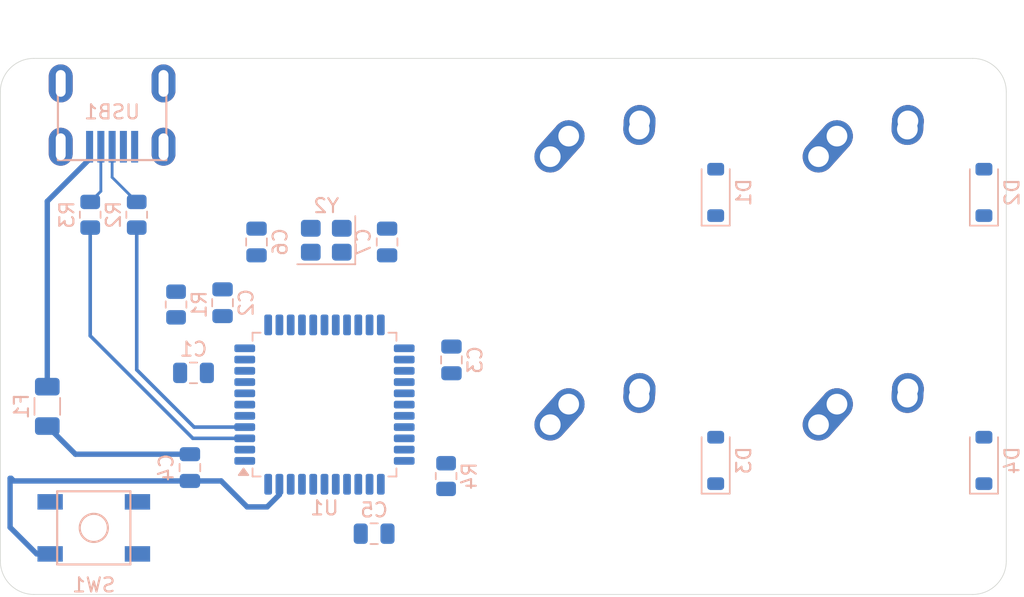
<source format=kicad_pcb>
(kicad_pcb (version 20241229) (generator "pcbnew") (generator_version "9.0")
  (layers (0 "F.Cu" signal) (2 "B.Cu" signal) (13 "F.Paste" user) (15 "B.Paste" user) (5 "F.SilkS" user "F.Silkscreen") (7 "B.SilkS" user "B.Silkscreen") (1 "F.Mask" user) (3 "B.Mask" user) (25 "Edge.Cuts" user))
  (net 0 "")
  (net 1 "Net-(U1-UCAP)")
  (net 2 "GND")
  (net 3 "+5V")
  (net 4 "Net-(U1-XTAL1)")
  (net 5 "Net-(U1-XTAL2)")
  (net 6 "ROW0")
  (net 7 "Net-(D1-A)")
  (net 8 "Net-(D2-A)")
  (net 9 "Net-(D3-A)")
  (net 10 "ROW1")
  (net 11 "Net-(D4-A)")
  (net 12 "VCC")
  (net 13 "COL0")
  (net 14 "COL1")
  (net 15 "Net-(U1-~{HWB}{slash}PE2)")
  (net 16 "Net-(U1-D+)")
  (net 17 "D+")
  (net 18 "D-")
  (net 19 "Net-(U1-D-)")
  (net 20 "Net-(U1-~{RESET})")
  (footprint "MX_Alps_Hybrid:MX-1U-NoLED" (layer "F.Cu") (at 96.8375 44.45)
    (property "Reference" "MX2")
    (property "Value" "MX-NoLED")
    (pad "" np_thru_hole circle (at -5.08 0 48.0996) (size 1.75 1.75) (drill 1.75) (layers "*.Cu" "*.Mask"))
    (pad "" np_thru_hole circle (at 0 0) (size 3.9878 3.9878) (drill 3.9878) (layers "*.Cu" "*.Mask"))
    (pad "" np_thru_hole circle (at 5.08 0 48.0996) (size 1.75 1.75) (drill 1.75) (layers "*.Cu" "*.Mask"))
    (pad "1" thru_hole oval (at -3.81 -2.54 48.0996) (size 4.211556 2.25) (drill 1.47 (offset 0.980778 0)) (layers "*.Cu" "B.Mask") (net 14 "COL1"))
    (pad "1" thru_hole circle (at -2.5 -4) (size 2.25 2.25) (drill 1.47) (layers "*.Cu" "B.Mask") (net 14 "COL1"))
    (pad "2" thru_hole oval (at 2.5 -4.5 86.0548) (size 2.831378 2.25) (drill 1.47 (offset 0.290689 0)) (layers "*.Cu" "B.Mask") (net 8 "Net-(D2-A)"))
    (pad "2" thru_hole circle (at 2.54 -5.08) (size 2.25 2.25) (drill 1.47) (layers "*.Cu" "B.Mask") (net 8 "Net-(D2-A)"))
  )
  (footprint "MX_Alps_Hybrid:MX-1U-NoLED" (layer "F.Cu") (at 77.7875 44.45)
    (property "Reference" "MX1")
    (property "Value" "MX-NoLED")
    (pad "" np_thru_hole circle (at -5.08 0 48.0996) (size 1.75 1.75) (drill 1.75) (layers "*.Cu" "*.Mask"))
    (pad "" np_thru_hole circle (at 0 0) (size 3.9878 3.9878) (drill 3.9878) (layers "*.Cu" "*.Mask"))
    (pad "" np_thru_hole circle (at 5.08 0 48.0996) (size 1.75 1.75) (drill 1.75) (layers "*.Cu" "*.Mask"))
    (pad "1" thru_hole oval (at -3.81 -2.54 48.0996) (size 4.211556 2.25) (drill 1.47 (offset 0.980778 0)) (layers "*.Cu" "B.Mask") (net 13 "COL0"))
    (pad "1" thru_hole circle (at -2.5 -4) (size 2.25 2.25) (drill 1.47) (layers "*.Cu" "B.Mask") (net 13 "COL0"))
    (pad "2" thru_hole oval (at 2.5 -4.5 86.0548) (size 2.831378 2.25) (drill 1.47 (offset 0.290689 0)) (layers "*.Cu" "B.Mask") (net 7 "Net-(D1-A)"))
    (pad "2" thru_hole circle (at 2.54 -5.08) (size 2.25 2.25) (drill 1.47) (layers "*.Cu" "B.Mask") (net 7 "Net-(D1-A)"))
  )
  (footprint "MX_Alps_Hybrid:MX-1U-NoLED" (layer "F.Cu") (at 77.7875 63.5)
    (property "Reference" "MX3")
    (property "Value" "MX-NoLED")
    (pad "" np_thru_hole circle (at -5.08 0 48.0996) (size 1.75 1.75) (drill 1.75) (layers "*.Cu" "*.Mask"))
    (pad "" np_thru_hole circle (at 0 0) (size 3.9878 3.9878) (drill 3.9878) (layers "*.Cu" "*.Mask"))
    (pad "" np_thru_hole circle (at 5.08 0 48.0996) (size 1.75 1.75) (drill 1.75) (layers "*.Cu" "*.Mask"))
    (pad "1" thru_hole oval (at -3.81 -2.54 48.0996) (size 4.211556 2.25) (drill 1.47 (offset 0.980778 0)) (layers "*.Cu" "B.Mask") (net 13 "COL0"))
    (pad "1" thru_hole circle (at -2.5 -4) (size 2.25 2.25) (drill 1.47) (layers "*.Cu" "B.Mask") (net 13 "COL0"))
    (pad "2" thru_hole oval (at 2.5 -4.5 86.0548) (size 2.831378 2.25) (drill 1.47 (offset 0.290689 0)) (layers "*.Cu" "B.Mask") (net 9 "Net-(D3-A)"))
    (pad "2" thru_hole circle (at 2.54 -5.08) (size 2.25 2.25) (drill 1.47) (layers "*.Cu" "B.Mask") (net 9 "Net-(D3-A)"))
  )
  (footprint "MX_Alps_Hybrid:MX-1U-NoLED" (layer "F.Cu") (at 96.8375 63.5)
    (property "Reference" "MX4")
    (property "Value" "MX-NoLED")
    (pad "" np_thru_hole circle (at -5.08 0 48.0996) (size 1.75 1.75) (drill 1.75) (layers "*.Cu" "*.Mask"))
    (pad "" np_thru_hole circle (at 0 0) (size 3.9878 3.9878) (drill 3.9878) (layers "*.Cu" "*.Mask"))
    (pad "" np_thru_hole circle (at 5.08 0 48.0996) (size 1.75 1.75) (drill 1.75) (layers "*.Cu" "*.Mask"))
    (pad "1" thru_hole oval (at -3.81 -2.54 48.0996) (size 4.211556 2.25) (drill 1.47 (offset 0.980778 0)) (layers "*.Cu" "B.Mask") (net 14 "COL1"))
    (pad "1" thru_hole circle (at -2.5 -4) (size 2.25 2.25) (drill 1.47) (layers "*.Cu" "B.Mask") (net 14 "COL1"))
    (pad "2" thru_hole oval (at 2.5 -4.5 86.0548) (size 2.831378 2.25) (drill 1.47 (offset 0.290689 0)) (layers "*.Cu" "B.Mask") (net 11 "Net-(D4-A)"))
    (pad "2" thru_hole circle (at 2.54 -5.08) (size 2.25 2.25) (drill 1.47) (layers "*.Cu" "B.Mask") (net 11 "Net-(D4-A)"))
  )
  (footprint "Fuse:Fuse_1206_3216Metric" (layer "B.Cu") (at 38.25875 59.65825 -90)
    (property "Reference" "F1" (at 0 1.83 90) (layer "B.SilkS") (effects (justify mirror)))
    (property "Value" "500mA")
    (fp_line (start -0.602064 0.91) (end 0.602064 0.91) (stroke (width 0.12)) (layer "B.SilkS"))
    (fp_line (start -0.602064 -0.91) (end 0.602064 -0.91) (stroke (width 0.12)) (layer "B.SilkS"))
    (pad "1" smd roundrect (at -1.4 0 270) (size 1.25 1.75) (layers "B.Cu" "B.Mask" "B.Paste") (roundrect_rratio 0.2) (net 12 "VCC"))
    (pad "2" smd roundrect (at 1.4 0 270) (size 1.25 1.75) (layers "B.Cu" "B.Mask" "B.Paste") (roundrect_rratio 0.2) (net 3 "+5V"))
  )
  (footprint "Resistor_SMD:R_0805_2012Metric" (layer "B.Cu") (at 47.40275 52.41925 90)
    (property "Reference" "R1" (at 0 1.65 90) (layer "B.SilkS") (effects (justify mirror)))
    (property "Value" "10k")
    (fp_line (start -0.227064 -0.735) (end 0.227064 -0.735) (stroke (width 0.12)) (layer "B.SilkS"))
    (fp_line (start -0.227064 0.735) (end 0.227064 0.735) (stroke (width 0.12)) (layer "B.SilkS"))
    (pad "1" smd roundrect (at -0.9125 0 90) (size 1.025 1.4) (layers "B.Cu" "B.Mask" "B.Paste") (roundrect_rratio 0.243902) (net 15 "Net-(U1-~{HWB}{slash}PE2)"))
    (pad "2" smd roundrect (at 0.9125 0 90) (size 1.025 1.4) (layers "B.Cu" "B.Mask" "B.Paste") (roundrect_rratio 0.243902) (net 2 "GND"))
  )
  (footprint "Capacitor_SMD:C_0805_2012Metric" (layer "B.Cu") (at 48.641 57.277 180)
    (property "Reference" "C1" (at 0 1.68 0) (layer "B.SilkS") (effects (justify mirror)))
    (property "Value" "1uF")
    (fp_line (start -0.261252 0.735) (end 0.261252 0.735) (stroke (width 0.12)) (layer "B.SilkS"))
    (fp_line (start -0.261252 -0.735) (end 0.261252 -0.735) (stroke (width 0.12)) (layer "B.SilkS"))
    (pad "1" smd roundrect (at -0.95 0 180) (size 1 1.45) (layers "B.Cu" "B.Mask" "B.Paste") (net 1 "Net-(U1-UCAP)"))
    (pad "2" smd roundrect (at 0.95 0 180) (size 1 1.45) (layers "B.Cu" "B.Mask" "B.Paste") (net 2 "GND"))
  )
  (footprint "Capacitor_SMD:C_0805_2012Metric" (layer "B.Cu") (at 53.11775 47.97425 90)
    (property "Reference" "C6" (at 0 1.68 90) (layer "B.SilkS") (effects (justify mirror)))
    (property "Value" "22pF")
    (fp_line (start -0.261252 -0.735) (end 0.261252 -0.735) (stroke (width 0.12)) (layer "B.SilkS"))
    (fp_line (start -0.261252 0.735) (end 0.261252 0.735) (stroke (width 0.12)) (layer "B.SilkS"))
    (pad "1" smd roundrect (at -0.95 0 90) (size 1 1.45) (layers "B.Cu" "B.Mask" "B.Paste") (net 2 "GND"))
    (pad "2" smd roundrect (at 0.95 0 90) (size 1 1.45) (layers "B.Cu" "B.Mask" "B.Paste") (net 4 "Net-(U1-XTAL1)"))
  )
  (footprint "Capacitor_SMD:C_0805_2012Metric" (layer "B.Cu") (at 66.96075 56.35625 90)
    (property "Reference" "C3" (at 0 1.68 90) (layer "B.SilkS") (effects (justify mirror)))
    (property "Value" "0.1uF")
    (fp_line (start -0.261252 -0.735) (end 0.261252 -0.735) (stroke (width 0.12)) (layer "B.SilkS"))
    (fp_line (start -0.261252 0.735) (end 0.261252 0.735) (stroke (width 0.12)) (layer "B.SilkS"))
    (pad "1" smd roundrect (at -0.95 0 90) (size 1 1.45) (layers "B.Cu" "B.Mask" "B.Paste") (net 3 "+5V"))
    (pad "2" smd roundrect (at 0.95 0 90) (size 1 1.45) (layers "B.Cu" "B.Mask" "B.Paste") (net 2 "GND"))
  )
  (footprint "Diode_SMD:D_SOD-123" (layer "B.Cu") (at 104.775 44.45 90)
    (property "Reference" "D2" (at 0 2 90) (layer "B.SilkS") (effects (justify mirror)))
    (property "Value" "SOD-123")
    (fp_line (start -2.36 -1) (end 1.65 -1) (stroke (width 0.12)) (layer "B.SilkS"))
    (fp_line (start -2.36 1) (end -2.36 -1) (stroke (width 0.12)) (layer "B.SilkS"))
    (fp_line (start -2.36 1) (end 1.65 1) (stroke (width 0.12)) (layer "B.SilkS"))
    (pad "1" smd roundrect (at -1.65 0 90) (size 0.9 1.2) (layers "B.Cu" "B.Mask" "B.Paste") (net 6 "ROW0"))
    (pad "2" smd roundrect (at 1.65 0 90) (size 0.9 1.2) (layers "B.Cu" "B.Mask" "B.Paste") (net 8 "Net-(D2-A)"))
  )
  (footprint "Resistor_SMD:R_0805_2012Metric" (layer "B.Cu") (at 66.57975 64.61125 90)
    (property "Reference" "R4" (at 0 1.65 90) (layer "B.SilkS") (effects (justify mirror)))
    (property "Value" "10k")
    (fp_line (start -0.227064 -0.735) (end 0.227064 -0.735) (stroke (width 0.12)) (layer "B.SilkS"))
    (fp_line (start -0.227064 0.735) (end 0.227064 0.735) (stroke (width 0.12)) (layer "B.SilkS"))
    (pad "1" smd roundrect (at -0.9125 0 90) (size 1.025 1.4) (layers "B.Cu" "B.Mask" "B.Paste") (roundrect_rratio 0.243902) (net 3 "+5V"))
    (pad "2" smd roundrect (at 0.9125 0 90) (size 1.025 1.4) (layers "B.Cu" "B.Mask" "B.Paste") (roundrect_rratio 0.243902) (net 20 "Net-(U1-~{RESET})"))
  )
  (footprint "Diode_SMD:D_SOD-123" (layer "B.Cu") (at 104.775 63.5 90)
    (property "Reference" "D4" (at 0 2 90) (layer "B.SilkS") (effects (justify mirror)))
    (property "Value" "SOD-123")
    (fp_line (start -2.36 -1) (end 1.65 -1) (stroke (width 0.12)) (layer "B.SilkS"))
    (fp_line (start -2.36 1) (end -2.36 -1) (stroke (width 0.12)) (layer "B.SilkS"))
    (fp_line (start -2.36 1) (end 1.65 1) (stroke (width 0.12)) (layer "B.SilkS"))
    (pad "1" smd roundrect (at -1.65 0 90) (size 0.9 1.2) (layers "B.Cu" "B.Mask" "B.Paste") (net 10 "ROW1"))
    (pad "2" smd roundrect (at 1.65 0 90) (size 0.9 1.2) (layers "B.Cu" "B.Mask" "B.Paste") (net 11 "Net-(D4-A)"))
  )
  (footprint "random-keyboard-parts:SKQG-1155865" (layer "B.Cu") (at 41.56075 68.29425 180)
    (property "Reference" "SW1" (at 0 -4.064 0) (layer "B.SilkS") (effects (justify mirror)))
    (property "Value" "SW_Push")
    (fp_line (start 2.6 2.6) (end 2.6 -2.6) (stroke (width 0.15)) (layer "B.SilkS"))
    (fp_line (start 2.6 -2.6) (end -2.6 -2.6) (stroke (width 0.15)) (layer "B.SilkS"))
    (fp_line (start -2.6 2.6) (end 2.6 2.6) (stroke (width 0.15)) (layer "B.SilkS"))
    (fp_line (start -2.6 -2.6) (end -2.6 2.6) (stroke (width 0.15)) (layer "B.SilkS"))
    (fp_circle (center 0 0) (end 1 0) (stroke (width 0.15)) (fill no) (layer "B.SilkS"))
    (pad "1" smd rect (at 3.1 -1.85 180) (size 1.8 1.1) (layers "B.Cu" "B.Mask" "B.Paste") (net 2 "GND"))
    (pad "2" smd rect (at -3.1 1.85 180) (size 1.8 1.1) (layers "B.Cu" "B.Mask" "B.Paste") (net 20 "Net-(U1-~{RESET})"))
    (pad "3" smd rect (at 3.1 1.85 180) (size 1.8 1.1) (layers "B.Cu" "B.Mask" "B.Paste"))
    (pad "4" smd rect (at -3.1 -1.85 180) (size 1.8 1.1) (layers "B.Cu" "B.Mask" "B.Paste"))
  )
  (footprint "Capacitor_SMD:C_0805_2012Metric" (layer "B.Cu") (at 62.38875 47.97425 -90)
    (property "Reference" "C7" (at 0 1.68 90) (layer "B.SilkS") (effects (justify mirror)))
    (property "Value" "22pF")
    (fp_line (start -0.261252 0.735) (end 0.261252 0.735) (stroke (width 0.12)) (layer "B.SilkS"))
    (fp_line (start -0.261252 -0.735) (end 0.261252 -0.735) (stroke (width 0.12)) (layer "B.SilkS"))
    (pad "1" smd roundrect (at -0.95 0 270) (size 1 1.45) (layers "B.Cu" "B.Mask" "B.Paste") (net 2 "GND"))
    (pad "2" smd roundrect (at 0.95 0 270) (size 1 1.45) (layers "B.Cu" "B.Mask" "B.Paste") (net 5 "Net-(U1-XTAL2)"))
  )
  (footprint "Capacitor_SMD:C_0805_2012Metric" (layer "B.Cu") (at 61.468 68.707 180)
    (property "Reference" "C5" (at 0 1.68 0) (layer "B.SilkS") (effects (justify mirror)))
    (property "Value" "0.1uF")
    (fp_line (start -0.261252 0.735) (end 0.261252 0.735) (stroke (width 0.12)) (layer "B.SilkS"))
    (fp_line (start -0.261252 -0.735) (end 0.261252 -0.735) (stroke (width 0.12)) (layer "B.SilkS"))
    (pad "1" smd roundrect (at -0.95 0 180) (size 1 1.45) (layers "B.Cu" "B.Mask" "B.Paste") (net 3 "+5V"))
    (pad "2" smd roundrect (at 0.95 0 180) (size 1 1.45) (layers "B.Cu" "B.Mask" "B.Paste") (net 2 "GND"))
  )
  (footprint "random-keyboard-parts:Molex-0548190589" (layer "B.Cu") (at 42.8625 36.703 -90)
    (property "Reference" "USB1" (at 2.032 0 0) (layer "B.SilkS") (effects (justify mirror)))
    (property "Value" "Molex-0548190589")
    (fp_line (start 0 3.85) (end 5.45 3.85) (stroke (width 0.15)) (layer "B.SilkS"))
    (fp_line (start 5.45 3.85) (end 5.45 -3.85) (stroke (width 0.15)) (layer "B.SilkS"))
    (fp_line (start 0 -3.85) (end 5.45 -3.85) (stroke (width 0.15)) (layer "B.SilkS"))
    (pad "1" smd rect (at 4.5 -1.6 270) (size 2.25 0.5) (layers "B.Cu" "B.Mask" "B.Paste") (net 2 "GND"))
    (pad "2" smd rect (at 4.5 -0.8 270) (size 2.25 0.5) (layers "B.Cu" "B.Mask" "B.Paste"))
    (pad "3" smd rect (at 4.5 0 270) (size 2.25 0.5) (layers "B.Cu" "B.Mask" "B.Paste") (net 17 "D+"))
    (pad "4" smd rect (at 4.5 0.8 270) (size 2.25 0.5) (layers "B.Cu" "B.Mask" "B.Paste") (net 18 "D-"))
    (pad "5" smd rect (at 4.5 1.6 270) (size 2.25 0.5) (layers "B.Cu" "B.Mask" "B.Paste") (net 12 "VCC"))
    (pad "6" thru_hole oval (at 0 -3.65 270) (size 2.7 1.7) (drill oval 1.9 0.7) (layers "*.Cu" "*.Mask"))
    (pad "6" thru_hole oval (at 0 3.65 270) (size 2.7 1.7) (drill oval 1.9 0.7) (layers "*.Cu" "*.Mask"))
    (pad "6" thru_hole oval (at 4.5 -3.65 270) (size 2.7 1.7) (drill oval 1.9 0.7) (layers "*.Cu" "*.Mask"))
    (pad "6" thru_hole oval (at 4.5 3.65 270) (size 2.7 1.7) (drill oval 1.9 0.7) (layers "*.Cu" "*.Mask"))
  )
  (footprint "Diode_SMD:D_SOD-123" (layer "B.Cu") (at 85.725 44.45 90)
    (property "Reference" "D1" (at 0 2 90) (layer "B.SilkS") (effects (justify mirror)))
    (property "Value" "SOD-123")
    (fp_line (start -2.36 -1) (end 1.65 -1) (stroke (width 0.12)) (layer "B.SilkS"))
    (fp_line (start -2.36 1) (end -2.36 -1) (stroke (width 0.12)) (layer "B.SilkS"))
    (fp_line (start -2.36 1) (end 1.65 1) (stroke (width 0.12)) (layer "B.SilkS"))
    (pad "1" smd roundrect (at -1.65 0 90) (size 0.9 1.2) (layers "B.Cu" "B.Mask" "B.Paste") (net 6 "ROW0"))
    (pad "2" smd roundrect (at 1.65 0 90) (size 0.9 1.2) (layers "B.Cu" "B.Mask" "B.Paste") (net 7 "Net-(D1-A)"))
  )
  (footprint "Capacitor_SMD:C_0805_2012Metric" (layer "B.Cu") (at 48.387 64.008 -90)
    (property "Reference" "C4" (at 0 1.68 90) (layer "B.SilkS") (effects (justify mirror)))
    (property "Value" "0.1uF")
    (fp_line (start -0.261252 0.735) (end 0.261252 0.735) (stroke (width 0.12)) (layer "B.SilkS"))
    (fp_line (start -0.261252 -0.735) (end 0.261252 -0.735) (stroke (width 0.12)) (layer "B.SilkS"))
    (pad "1" smd roundrect (at -0.95 0 270) (size 1 1.45) (layers "B.Cu" "B.Mask" "B.Paste") (net 3 "+5V"))
    (pad "2" smd roundrect (at 0.95 0 270) (size 1 1.45) (layers "B.Cu" "B.Mask" "B.Paste") (net 2 "GND"))
  )
  (footprint "Resistor_SMD:R_0805_2012Metric" (layer "B.Cu") (at 41.30675 46.0375 -90)
    (property "Reference" "R3" (at 0 1.65 90) (layer "B.SilkS") (effects (justify mirror)))
    (property "Value" "22")
    (fp_line (start -0.227064 0.735) (end 0.227064 0.735) (stroke (width 0.12)) (layer "B.SilkS"))
    (fp_line (start -0.227064 -0.735) (end 0.227064 -0.735) (stroke (width 0.12)) (layer "B.SilkS"))
    (pad "1" smd roundrect (at -0.9125 0 270) (size 1.025 1.4) (layers "B.Cu" "B.Mask" "B.Paste") (roundrect_rratio 0.243902) (net 18 "D-"))
    (pad "2" smd roundrect (at 0.9125 0 270) (size 1.025 1.4) (layers "B.Cu" "B.Mask" "B.Paste") (roundrect_rratio 0.243902) (net 19 "Net-(U1-D-)"))
  )
  (footprint "Resistor_SMD:R_0805_2012Metric" (layer "B.Cu") (at 44.60875 46.0375 -90)
    (property "Reference" "R2" (at 0 1.65 90) (layer "B.SilkS") (effects (justify mirror)))
    (property "Value" "22")
    (fp_line (start -0.227064 0.735) (end 0.227064 0.735) (stroke (width 0.12)) (layer "B.SilkS"))
    (fp_line (start -0.227064 -0.735) (end 0.227064 -0.735) (stroke (width 0.12)) (layer "B.SilkS"))
    (pad "1" smd roundrect (at -0.9125 0 270) (size 1.025 1.4) (layers "B.Cu" "B.Mask" "B.Paste") (roundrect_rratio 0.243902) (net 17 "D+"))
    (pad "2" smd roundrect (at 0.9125 0 270) (size 1.025 1.4) (layers "B.Cu" "B.Mask" "B.Paste") (roundrect_rratio 0.243902) (net 16 "Net-(U1-D+)"))
  )
  (footprint "Package_QFP:TQFP-44_10x10mm_P0.8mm" (layer "B.Cu") (at 57.94375 59.53125)
    (property "Reference" "U1" (at 0 7.35 0) (layer "B.SilkS") (effects (justify mirror)))
    (property "Value" "ATmega32U4-A")
    (fp_line (start -5.11 -5.11) (end -5.11 -4.535) (stroke (width 0.12)) (layer "B.SilkS"))
    (fp_line (start -5.11 4.535) (end -5.11 5.11) (stroke (width 0.12)) (layer "B.SilkS"))
    (fp_line (start -5.11 5.11) (end -4.535 5.11) (stroke (width 0.12)) (layer "B.SilkS"))
    (fp_line (start -4.535 -5.11) (end -5.11 -5.11) (stroke (width 0.12)) (layer "B.SilkS"))
    (fp_line (start 4.535 5.11) (end 5.11 5.11) (stroke (width 0.12)) (layer "B.SilkS"))
    (fp_line (start 5.11 -5.11) (end 4.535 -5.11) (stroke (width 0.12)) (layer "B.SilkS"))
    (fp_line (start 5.11 -4.535) (end 5.11 -5.11) (stroke (width 0.12)) (layer "B.SilkS"))
    (fp_line (start 5.11 5.11) (end 5.11 4.535) (stroke (width 0.12)) (layer "B.SilkS"))
    (fp_poly (pts (xy -5.75 4.54) (xy -6.09 5.01) (xy -5.41 5.01)) (stroke (width 0.12)) (fill yes) (layer "B.SilkS"))
    (pad "1" smd roundrect (at -5.6625 4) (size 1.475 0.55) (layers "B.Cu" "B.Mask" "B.Paste"))
    (pad "2" smd roundrect (at -5.6625 3.2) (size 1.475 0.55) (layers "B.Cu" "B.Mask" "B.Paste") (net 3 "+5V"))
    (pad "3" smd roundrect (at -5.6625 2.4) (size 1.475 0.55) (layers "B.Cu" "B.Mask" "B.Paste") (net 19 "Net-(U1-D-)"))
    (pad "4" smd roundrect (at -5.6625 1.6) (size 1.475 0.55) (layers "B.Cu" "B.Mask" "B.Paste") (net 16 "Net-(U1-D+)"))
    (pad "5" smd roundrect (at -5.6625 0.8) (size 1.475 0.55) (layers "B.Cu" "B.Mask" "B.Paste") (net 2 "GND"))
    (pad "6" smd roundrect (at -5.6625 0) (size 1.475 0.55) (layers "B.Cu" "B.Mask" "B.Paste") (net 1 "Net-(U1-UCAP)"))
    (pad "7" smd roundrect (at -5.6625 -0.8) (size 1.475 0.55) (layers "B.Cu" "B.Mask" "B.Paste") (net 3 "+5V"))
    (pad "8" smd roundrect (at -5.6625 -1.6) (size 1.475 0.55) (layers "B.Cu" "B.Mask" "B.Paste"))
    (pad "9" smd roundrect (at -5.6625 -2.4) (size 1.475 0.55) (layers "B.Cu" "B.Mask" "B.Paste"))
    (pad "10" smd roundrect (at -5.6625 -3.2) (size 1.475 0.55) (layers "B.Cu" "B.Mask" "B.Paste"))
    (pad "11" smd roundrect (at -5.6625 -4) (size 1.475 0.55) (layers "B.Cu" "B.Mask" "B.Paste"))
    (pad "12" smd roundrect (at -4 -5.6625) (size 0.55 1.475) (layers "B.Cu" "B.Mask" "B.Paste"))
    (pad "13" smd roundrect (at -3.2 -5.6625) (size 0.55 1.475) (layers "B.Cu" "B.Mask" "B.Paste") (net 20 "Net-(U1-~{RESET})"))
    (pad "14" smd roundrect (at -2.4 -5.6625) (size 0.55 1.475) (layers "B.Cu" "B.Mask" "B.Paste") (net 3 "+5V"))
    (pad "15" smd roundrect (at -1.6 -5.6625) (size 0.55 1.475) (layers "B.Cu" "B.Mask" "B.Paste") (net 2 "GND"))
    (pad "16" smd roundrect (at -0.8 -5.6625) (size 0.55 1.475) (layers "B.Cu" "B.Mask" "B.Paste") (net 5 "Net-(U1-XTAL2)"))
    (pad "17" smd roundrect (at 0 -5.6625) (size 0.55 1.475) (layers "B.Cu" "B.Mask" "B.Paste") (net 4 "Net-(U1-XTAL1)"))
    (pad "18" smd roundrect (at 0.8 -5.6625) (size 0.55 1.475) (layers "B.Cu" "B.Mask" "B.Paste"))
    (pad "19" smd roundrect (at 1.6 -5.6625) (size 0.55 1.475) (layers "B.Cu" "B.Mask" "B.Paste"))
    (pad "20" smd roundrect (at 2.4 -5.6625) (size 0.55 1.475) (layers "B.Cu" "B.Mask" "B.Paste"))
    (pad "21" smd roundrect (at 3.2 -5.6625) (size 0.55 1.475) (layers "B.Cu" "B.Mask" "B.Paste"))
    (pad "22" smd roundrect (at 4 -5.6625) (size 0.55 1.475) (layers "B.Cu" "B.Mask" "B.Paste"))
    (pad "23" smd roundrect (at 5.6625 -4) (size 1.475 0.55) (layers "B.Cu" "B.Mask" "B.Paste") (net 2 "GND"))
    (pad "24" smd roundrect (at 5.6625 -3.2) (size 1.475 0.55) (layers "B.Cu" "B.Mask" "B.Paste") (net 3 "+5V"))
    (pad "25" smd roundrect (at 5.6625 -2.4) (size 1.475 0.55) (layers "B.Cu" "B.Mask" "B.Paste"))
    (pad "26" smd roundrect (at 5.6625 -1.6) (size 1.475 0.55) (layers "B.Cu" "B.Mask" "B.Paste"))
    (pad "27" smd roundrect (at 5.6625 -0.8) (size 1.475 0.55) (layers "B.Cu" "B.Mask" "B.Paste"))
    (pad "28" smd roundrect (at 5.6625 0) (size 1.475 0.55) (layers "B.Cu" "B.Mask" "B.Paste"))
    (pad "29" smd roundrect (at 5.6625 0.8) (size 1.475 0.55) (layers "B.Cu" "B.Mask" "B.Paste"))
    (pad "30" smd roundrect (at 5.6625 1.6) (size 1.475 0.55) (layers "B.Cu" "B.Mask" "B.Paste"))
    (pad "31" smd roundrect (at 5.6625 2.4) (size 1.475 0.55) (layers "B.Cu" "B.Mask" "B.Paste"))
    (pad "32" smd roundrect (at 5.6625 3.2) (size 1.475 0.55) (layers "B.Cu" "B.Mask" "B.Paste"))
    (pad "33" smd roundrect (at 5.6625 4) (size 1.475 0.55) (layers "B.Cu" "B.Mask" "B.Paste") (net 15 "Net-(U1-~{HWB}{slash}PE2)"))
    (pad "34" smd roundrect (at 4 5.6625) (size 0.55 1.475) (layers "B.Cu" "B.Mask" "B.Paste") (net 3 "+5V"))
    (pad "35" smd roundrect (at 3.2 5.6625) (size 0.55 1.475) (layers "B.Cu" "B.Mask" "B.Paste") (net 2 "GND"))
    (pad "36" smd roundrect (at 2.4 5.6625) (size 0.55 1.475) (layers "B.Cu" "B.Mask" "B.Paste"))
    (pad "37" smd roundrect (at 1.6 5.6625) (size 0.55 1.475) (layers "B.Cu" "B.Mask" "B.Paste"))
    (pad "38" smd roundrect (at 0.8 5.6625) (size 0.55 1.475) (layers "B.Cu" "B.Mask" "B.Paste"))
    (pad "39" smd roundrect (at 0 5.6625) (size 0.55 1.475) (layers "B.Cu" "B.Mask" "B.Paste"))
    (pad "40" smd roundrect (at -0.8 5.6625) (size 0.55 1.475) (layers "B.Cu" "B.Mask" "B.Paste"))
    (pad "41" smd roundrect (at -1.6 5.6625) (size 0.55 1.475) (layers "B.Cu" "B.Mask" "B.Paste"))
    (pad "42" smd roundrect (at -2.4 5.6625) (size 0.55 1.475) (layers "B.Cu" "B.Mask" "B.Paste"))
    (pad "43" smd roundrect (at -3.2 5.6625) (size 0.55 1.475) (layers "B.Cu" "B.Mask" "B.Paste") (net 2 "GND"))
    (pad "44" smd roundrect (at -4 5.6625) (size 0.55 1.475) (layers "B.Cu" "B.Mask" "B.Paste") (net 3 "+5V"))
  )
  (footprint "Crystal:Crystal_SMD_3225-4Pin_3.2x2.5mm" (layer "B.Cu") (at 58.07075 47.84725 180)
    (property "Reference" "Y2" (at 0 2.45 0) (layer "B.SilkS") (effects (justify mirror)))
    (property "Value" "16MHz")
    (fp_line (start -2.06 1.71) (end -2.06 -1.71) (stroke (width 0.12)) (layer "B.SilkS"))
    (fp_line (start -2.06 -1.71) (end 2.06 -1.71) (stroke (width 0.12)) (layer "B.SilkS"))
    (pad "1" smd roundrect (at -1.1 -0.85 180) (size 1.4 1.2) (layers "B.Cu" "B.Mask" "B.Paste") (roundrect_rratio 0.208333) (net 4 "Net-(U1-XTAL1)"))
    (pad "2" smd roundrect (at 1.1 -0.85 180) (size 1.4 1.2) (layers "B.Cu" "B.Mask" "B.Paste") (roundrect_rratio 0.208333) (net 2 "GND"))
    (pad "3" smd roundrect (at 1.1 0.85 180) (size 1.4 1.2) (layers "B.Cu" "B.Mask" "B.Paste") (roundrect_rratio 0.208333) (net 5 "Net-(U1-XTAL2)"))
    (pad "4" smd roundrect (at -1.1 0.85 180) (size 1.4 1.2) (layers "B.Cu" "B.Mask" "B.Paste") (roundrect_rratio 0.208333) (net 2 "GND"))
  )
  (footprint "Capacitor_SMD:C_0805_2012Metric" (layer "B.Cu") (at 50.70475 52.29225 90)
    (property "Reference" "C2" (at 0 1.68 90) (layer "B.SilkS") (effects (justify mirror)))
    (property "Value" "0.1uF")
    (fp_line (start -0.261252 -0.735) (end 0.261252 -0.735) (stroke (width 0.12)) (layer "B.SilkS"))
    (fp_line (start -0.261252 0.735) (end 0.261252 0.735) (stroke (width 0.12)) (layer "B.SilkS"))
    (pad "1" smd roundrect (at -0.95 0 90) (size 1 1.45) (layers "B.Cu" "B.Mask" "B.Paste") (net 3 "+5V"))
    (pad "2" smd roundrect (at 0.95 0 90) (size 1 1.45) (layers "B.Cu" "B.Mask" "B.Paste") (net 2 "GND"))
  )
  (footprint "Diode_SMD:D_SOD-123" (layer "B.Cu") (at 85.725 63.5 90)
    (property "Reference" "D3" (at 0 2 90) (layer "B.SilkS") (effects (justify mirror)))
    (property "Value" "SOD-123")
    (fp_line (start -2.36 -1) (end 1.65 -1) (stroke (width 0.12)) (layer "B.SilkS"))
    (fp_line (start -2.36 1) (end -2.36 -1) (stroke (width 0.12)) (layer "B.SilkS"))
    (fp_line (start -2.36 1) (end 1.65 1) (stroke (width 0.12)) (layer "B.SilkS"))
    (pad "1" smd roundrect (at -1.65 0 90) (size 0.9 1.2) (layers "B.Cu" "B.Mask" "B.Paste") (net 10 "ROW1"))
    (pad "2" smd roundrect (at 1.65 0 90) (size 0.9 1.2) (layers "B.Cu" "B.Mask" "B.Paste") (net 9 "Net-(D3-A)"))
  )
  (gr_line (start 34.925 70.64375) (end 34.925 37.30625) (stroke (width 0.05)) (layer "Edge.Cuts"))
  (gr_line (start 103.98125 73.025) (end 37.30625 73.025) (stroke (width 0.05)) (layer "Edge.Cuts"))
  (gr_line (start 106.3625 37.30625) (end 106.3625 70.64375) (stroke (width 0.05)) (layer "Edge.Cuts"))
  (gr_arc (start 106.3625 70.64375) (mid 105.665048 72.327548) (end 103.98125 73.025) (stroke (width 0.05)) (layer "Edge.Cuts"))
  (gr_line (start 103.98125 34.925) (end 37.30625 34.925) (stroke (width 0.05)) (layer "Edge.Cuts"))
  (gr_arc (start 103.98125 34.925) (mid 105.665048 35.622452) (end 106.3625 37.30625) (stroke (width 0.05)) (layer "Edge.Cuts"))
  (gr_arc (start 34.925 37.30625) (mid 35.622452 35.622452) (end 37.30625 34.925) (stroke (width 0.05)) (layer "Edge.Cuts"))
  (gr_arc (start 37.30625 73.025) (mid 35.622452 72.327548) (end 34.925 70.64375) (stroke (width 0.05)) (layer "Edge.Cuts"))
  (segment (start 35.687 64.77) (end 35.875 64.958) (width 0.381) (layer "B.Cu") (net 2))
  (segment (start 54.74375 65.931249) (end 54.74375 65.19375) (width 0.381) (layer "B.Cu") (net 2))
  (segment (start 37.50525 70.14425) (end 35.6165 68.2555) (width 0.381) (layer "B.Cu") (net 2))
  (segment (start 48.387 64.958) (end 50.607 64.958) (width 0.381) (layer "B.Cu") (net 2))
  (segment (start 38.46075 70.14425) (end 37.50525 70.14425) (width 0.381) (layer "B.Cu") (net 2))
  (segment (start 50.607 64.958) (end 52.451 66.802) (width 0.381) (layer "B.Cu") (net 2))
  (segment (start 52.451 66.802) (end 53.872999 66.802) (width 0.381) (layer "B.Cu") (net 2))
  (segment (start 53.872999 66.802) (end 54.74375 65.931249) (width 0.381) (layer "B.Cu") (net 2))
  (segment (start 35.875 64.958) (end 48.387 64.958) (width 0.381) (layer "B.Cu") (net 2))
  (segment (start 35.6165 68.2555) (end 35.6165 64.77) (width 0.381) (layer "B.Cu") (net 2))
  (segment (start 35.6165 64.77) (end 35.687 64.77) (width 0.381) (layer "B.Cu") (net 2))
  (segment (start 40.2585 63.058) (end 38.25875 61.05825) (width 0.381) (layer "B.Cu") (net 3))
  (segment (start 48.387 63.058) (end 40.2585 63.058) (width 0.381) (layer "B.Cu") (net 3))
  (segment (start 41.2625 42.078) (end 38.25875 45.08175) (width 0.381) (layer "B.Cu") (net 12))
  (segment (start 41.2625 41.203) (end 41.2625 42.078) (width 0.381) (layer "B.Cu") (net 12))
  (segment (start 38.25875 45.08175) (end 38.25875 58.25825) (width 0.381) (layer "B.Cu") (net 12))
  (segment (start 48.68525 61.13125) (end 52.28125 61.13125) (width 0.254) (layer "B.Cu") (net 16))
  (segment (start 44.60875 57.05475) (end 48.68525 61.13125) (width 0.254) (layer "B.Cu") (net 16))
  (segment (start 44.60875 46.95) (end 44.60875 57.05475) (width 0.254) (layer "B.Cu") (net 16))
  (segment (start 42.8625 43.37875) (end 44.60875 45.125) (width 0.2) (layer "B.Cu") (net 17))
  (segment (start 42.8625 41.203) (end 42.8625 43.37875) (width 0.2) (layer "B.Cu") (net 17))
  (segment (start 42.0625 44.36925) (end 41.30675 45.125) (width 0.2) (layer "B.Cu") (net 18))
  (segment (start 42.0625 41.203) (end 42.0625 44.36925) (width 0.2) (layer "B.Cu") (net 18))
  (segment (start 41.30675 54.64175) (end 48.59625 61.93125) (width 0.254) (layer "B.Cu") (net 19))
  (segment (start 41.30675 46.95) (end 41.30675 54.64175) (width 0.254) (layer "B.Cu") (net 19))
  (segment (start 48.59625 61.93125) (end 52.28125 61.93125) (width 0.254) (layer "B.Cu") (net 19))
)
</source>
